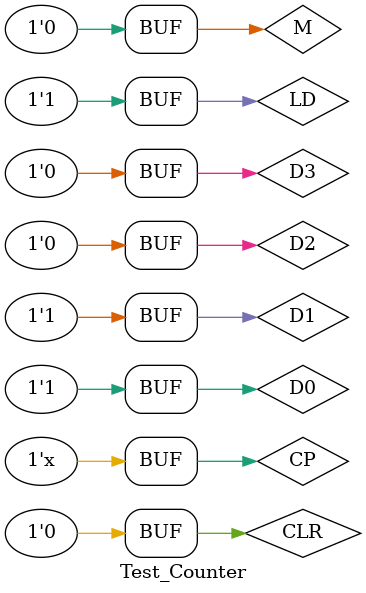
<source format=v>
`timescale 1ns / 1ps


module Test_Counter();
    //²âÊÔÊäÈë
    reg CP;
    reg CLR;
    reg LD;
    reg M;
    reg D3;
    reg D2;
    reg D1;
    reg D0;
    //²âÊÔÊä³ö
    wire Q3;
    wire Q2;
    wire Q1;
    wire Q0;
    wire carry;
    
    initial begin
        CP = 0;
        CLR = 0;
        LD = 1;//³õÊ¼ÏÈ²»¼ÓÔØ
        M = 1;
        D3 = 0;
        D2 = 0;
        D1 = 1;
        D0 = 1;
        
        //¿ªÊ¼·ÂÕæÂö³å²¨
        LD = #10 0;
        LD = #10 1;//×°ÔØ
        M = #140 0;
 
        CLR = #150 1;
        CLR = #10 0;
    end
    always #5 begin //ÖÜÆÚÎª5
        CP = ~CP;
    end;
    Counter test_ct(CP,CLR,LD,M,D3,D2,D1,D0,Q3,Q2,Q1,Q0,carry);
endmodule

</source>
